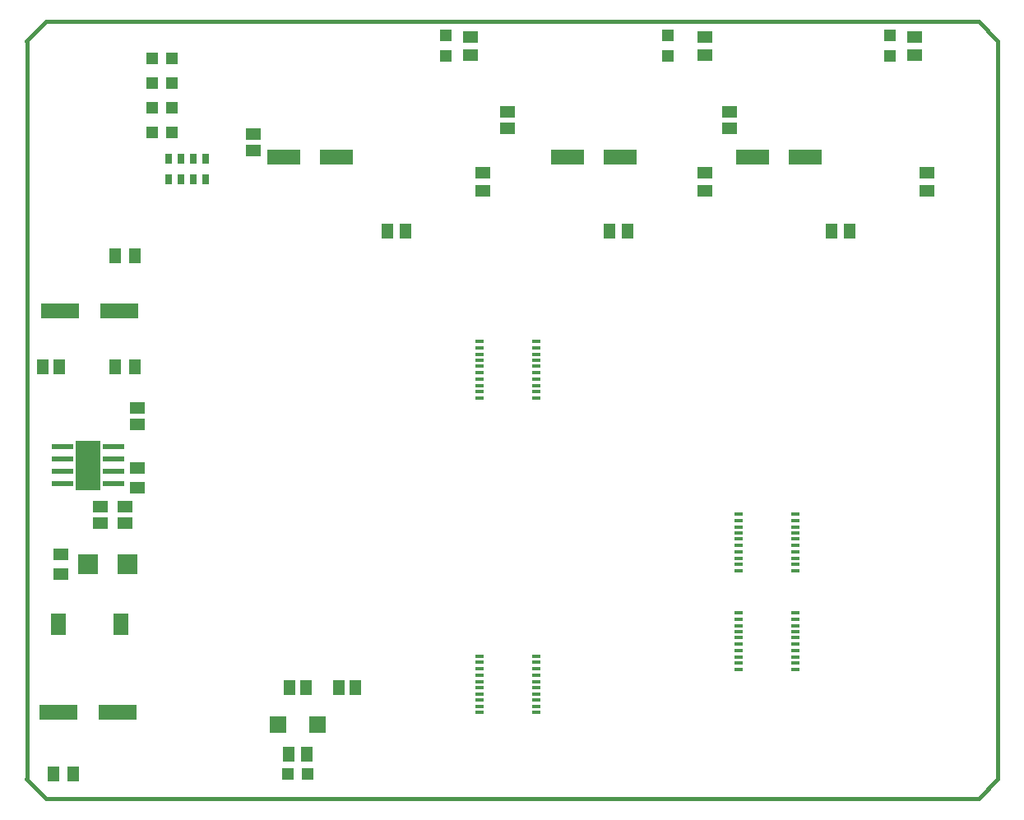
<source format=gtp>
G75*
%MOIN*%
%OFA0B0*%
%FSLAX25Y25*%
%IPPOS*%
%LPD*%
%AMOC8*
5,1,8,0,0,1.08239X$1,22.5*
%
%ADD10C,0.01600*%
%ADD11R,0.04724X0.04724*%
%ADD12R,0.05118X0.05906*%
%ADD13R,0.05906X0.05118*%
%ADD14R,0.13780X0.06299*%
%ADD15R,0.02953X0.04331*%
%ADD16R,0.08661X0.02362*%
%ADD17R,0.10000X0.20000*%
%ADD18R,0.06299X0.05118*%
%ADD19R,0.05118X0.06299*%
%ADD20R,0.15748X0.06299*%
%ADD21R,0.06299X0.08661*%
%ADD22R,0.03543X0.01378*%
%ADD23R,0.07087X0.06693*%
%ADD24R,0.07874X0.07874*%
D10*
X0021800Y0024674D02*
X0029674Y0016800D01*
X0407627Y0016800D01*
X0415501Y0024674D01*
X0415501Y0323887D01*
X0407627Y0331761D01*
X0029674Y0331761D01*
X0021800Y0323887D01*
X0022001Y0323887D02*
X0022001Y0024674D01*
D11*
X0127666Y0026800D03*
X0135934Y0026800D03*
X0080934Y0286800D03*
X0072666Y0286800D03*
X0072666Y0296800D03*
X0080934Y0296800D03*
X0080934Y0306800D03*
X0072666Y0306800D03*
X0072666Y0316800D03*
X0080934Y0316800D03*
X0191800Y0317666D03*
X0191800Y0325934D03*
X0281800Y0325934D03*
X0281800Y0317666D03*
X0371800Y0317666D03*
X0371800Y0325934D03*
D12*
X0355540Y0246800D03*
X0348060Y0246800D03*
X0265540Y0246800D03*
X0258060Y0246800D03*
X0175540Y0246800D03*
X0168060Y0246800D03*
X0035146Y0191800D03*
X0028454Y0191800D03*
X0128454Y0061800D03*
X0135146Y0061800D03*
X0148454Y0061800D03*
X0155146Y0061800D03*
X0135540Y0034800D03*
X0128060Y0034800D03*
D13*
X0061800Y0128454D03*
X0061800Y0135146D03*
X0051800Y0135146D03*
X0051800Y0128454D03*
X0066800Y0168454D03*
X0066800Y0175146D03*
X0113800Y0279454D03*
X0113800Y0286146D03*
X0201800Y0318060D03*
X0201800Y0325540D03*
X0216800Y0295146D03*
X0216800Y0288454D03*
X0206800Y0270540D03*
X0206800Y0263060D03*
X0296800Y0263060D03*
X0296800Y0270540D03*
X0306800Y0288454D03*
X0306800Y0295146D03*
X0296800Y0318060D03*
X0296800Y0325540D03*
X0381800Y0325540D03*
X0381800Y0318060D03*
X0386800Y0270540D03*
X0386800Y0263060D03*
D14*
X0337430Y0276800D03*
X0316170Y0276800D03*
X0262430Y0276800D03*
X0241170Y0276800D03*
X0147430Y0276800D03*
X0126170Y0276800D03*
D15*
X0094300Y0276013D03*
X0089300Y0276013D03*
X0084300Y0276013D03*
X0079300Y0276013D03*
X0079300Y0267587D03*
X0084300Y0267587D03*
X0089300Y0267587D03*
X0094300Y0267587D03*
D16*
X0057036Y0159300D03*
X0057036Y0154300D03*
X0057036Y0149300D03*
X0057036Y0144300D03*
X0036564Y0144300D03*
X0036564Y0149300D03*
X0036564Y0154300D03*
X0036564Y0159300D03*
D17*
X0046800Y0151800D03*
D18*
X0066800Y0150737D03*
X0066800Y0142863D03*
X0035800Y0115737D03*
X0035800Y0107863D03*
D19*
X0032863Y0026800D03*
X0040737Y0026800D03*
X0057863Y0191800D03*
X0065737Y0191800D03*
X0065737Y0236800D03*
X0057863Y0236800D03*
D20*
X0059320Y0214438D03*
X0035304Y0214438D03*
X0034792Y0051800D03*
X0058808Y0051800D03*
D21*
X0059989Y0087312D03*
X0034792Y0087312D03*
D22*
X0205284Y0074477D03*
X0205284Y0071918D03*
X0205284Y0069359D03*
X0205284Y0066800D03*
X0205284Y0064241D03*
X0205284Y0061682D03*
X0205284Y0059123D03*
X0205284Y0056741D03*
X0205284Y0054182D03*
X0205284Y0051623D03*
X0228316Y0051623D03*
X0228316Y0054182D03*
X0228316Y0056741D03*
X0228316Y0059123D03*
X0228316Y0061682D03*
X0228316Y0064241D03*
X0228316Y0066800D03*
X0228316Y0069359D03*
X0228316Y0071918D03*
X0228316Y0074477D03*
X0310284Y0074241D03*
X0310284Y0076800D03*
X0310284Y0079359D03*
X0310284Y0081918D03*
X0310284Y0084477D03*
X0310284Y0086859D03*
X0310284Y0089418D03*
X0310284Y0091977D03*
X0310284Y0109123D03*
X0310284Y0111682D03*
X0310284Y0114241D03*
X0310284Y0116800D03*
X0310284Y0119359D03*
X0310284Y0121918D03*
X0310284Y0124477D03*
X0310284Y0126859D03*
X0310284Y0129418D03*
X0310284Y0131977D03*
X0333316Y0131977D03*
X0333316Y0129418D03*
X0333316Y0126859D03*
X0333316Y0124477D03*
X0333316Y0121918D03*
X0333316Y0119359D03*
X0333316Y0116800D03*
X0333316Y0114241D03*
X0333316Y0111682D03*
X0333316Y0109123D03*
X0333316Y0091977D03*
X0333316Y0089418D03*
X0333316Y0086859D03*
X0333316Y0084477D03*
X0333316Y0081918D03*
X0333316Y0079359D03*
X0333316Y0076800D03*
X0333316Y0074241D03*
X0333316Y0071682D03*
X0333316Y0069123D03*
X0310284Y0069123D03*
X0310284Y0071682D03*
X0228316Y0179123D03*
X0228316Y0181682D03*
X0228316Y0184241D03*
X0228316Y0186800D03*
X0228316Y0189359D03*
X0228316Y0191918D03*
X0228316Y0194477D03*
X0228316Y0196859D03*
X0228316Y0199418D03*
X0228316Y0201977D03*
X0205284Y0201977D03*
X0205284Y0199418D03*
X0205284Y0196859D03*
X0205284Y0194477D03*
X0205284Y0191918D03*
X0205284Y0189359D03*
X0205284Y0186800D03*
X0205284Y0184241D03*
X0205284Y0181682D03*
X0205284Y0179123D03*
D23*
X0139871Y0046800D03*
X0123729Y0046800D03*
D24*
X0062674Y0111800D03*
X0046926Y0111800D03*
M02*

</source>
